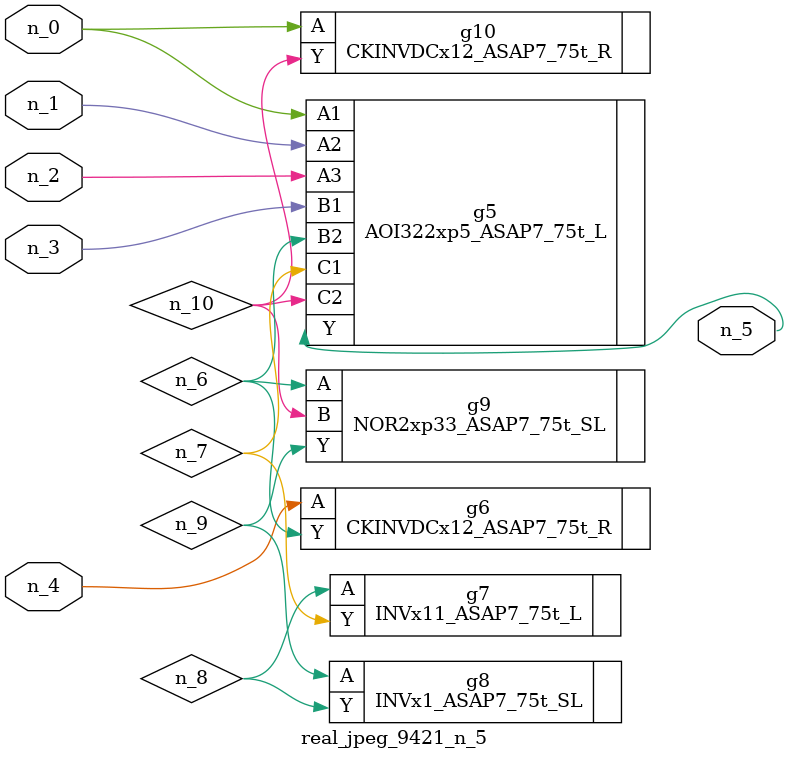
<source format=v>
module real_jpeg_9421_n_5 (n_4, n_0, n_1, n_2, n_3, n_5);

input n_4;
input n_0;
input n_1;
input n_2;
input n_3;

output n_5;

wire n_8;
wire n_6;
wire n_7;
wire n_10;
wire n_9;

AOI322xp5_ASAP7_75t_L g5 ( 
.A1(n_0),
.A2(n_1),
.A3(n_2),
.B1(n_3),
.B2(n_6),
.C1(n_7),
.C2(n_10),
.Y(n_5)
);

CKINVDCx12_ASAP7_75t_R g10 ( 
.A(n_0),
.Y(n_10)
);

CKINVDCx12_ASAP7_75t_R g6 ( 
.A(n_4),
.Y(n_6)
);

NOR2xp33_ASAP7_75t_SL g9 ( 
.A(n_6),
.B(n_10),
.Y(n_9)
);

INVx11_ASAP7_75t_L g7 ( 
.A(n_8),
.Y(n_7)
);

INVx1_ASAP7_75t_SL g8 ( 
.A(n_9),
.Y(n_8)
);


endmodule
</source>
